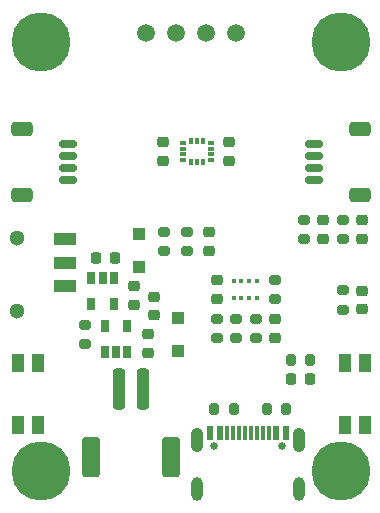
<source format=gbr>
%TF.GenerationSoftware,KiCad,Pcbnew,(6.0.1)*%
%TF.CreationDate,2022-03-18T08:08:47+01:00*%
%TF.ProjectId,trick-tracker,74726963-6b2d-4747-9261-636b65722e6b,rev?*%
%TF.SameCoordinates,Original*%
%TF.FileFunction,Soldermask,Top*%
%TF.FilePolarity,Negative*%
%FSLAX46Y46*%
G04 Gerber Fmt 4.6, Leading zero omitted, Abs format (unit mm)*
G04 Created by KiCad (PCBNEW (6.0.1)) date 2022-03-18 08:08:47*
%MOMM*%
%LPD*%
G01*
G04 APERTURE LIST*
G04 Aperture macros list*
%AMRoundRect*
0 Rectangle with rounded corners*
0 $1 Rounding radius*
0 $2 $3 $4 $5 $6 $7 $8 $9 X,Y pos of 4 corners*
0 Add a 4 corners polygon primitive as box body*
4,1,4,$2,$3,$4,$5,$6,$7,$8,$9,$2,$3,0*
0 Add four circle primitives for the rounded corners*
1,1,$1+$1,$2,$3*
1,1,$1+$1,$4,$5*
1,1,$1+$1,$6,$7*
1,1,$1+$1,$8,$9*
0 Add four rect primitives between the rounded corners*
20,1,$1+$1,$2,$3,$4,$5,0*
20,1,$1+$1,$4,$5,$6,$7,0*
20,1,$1+$1,$6,$7,$8,$9,0*
20,1,$1+$1,$8,$9,$2,$3,0*%
G04 Aperture macros list end*
%ADD10R,0.350000X0.350000*%
%ADD11R,0.650000X1.060000*%
%ADD12C,0.650000*%
%ADD13R,0.600000X1.150000*%
%ADD14R,0.300000X1.150000*%
%ADD15O,1.050000X2.100000*%
%ADD16O,1.000000X2.000000*%
%ADD17RoundRect,0.250000X-0.250000X-1.500000X0.250000X-1.500000X0.250000X1.500000X-0.250000X1.500000X0*%
%ADD18RoundRect,0.250000X-0.500000X-1.450000X0.500000X-1.450000X0.500000X1.450000X-0.500000X1.450000X0*%
%ADD19RoundRect,0.225000X0.225000X0.250000X-0.225000X0.250000X-0.225000X-0.250000X0.225000X-0.250000X0*%
%ADD20RoundRect,0.225000X0.250000X-0.225000X0.250000X0.225000X-0.250000X0.225000X-0.250000X-0.225000X0*%
%ADD21RoundRect,0.218750X-0.256250X0.218750X-0.256250X-0.218750X0.256250X-0.218750X0.256250X0.218750X0*%
%ADD22RoundRect,0.218750X0.256250X-0.218750X0.256250X0.218750X-0.256250X0.218750X-0.256250X-0.218750X0*%
%ADD23RoundRect,0.200000X-0.200000X-0.275000X0.200000X-0.275000X0.200000X0.275000X-0.200000X0.275000X0*%
%ADD24RoundRect,0.200000X0.200000X0.275000X-0.200000X0.275000X-0.200000X-0.275000X0.200000X-0.275000X0*%
%ADD25RoundRect,0.200000X-0.275000X0.200000X-0.275000X-0.200000X0.275000X-0.200000X0.275000X0.200000X0*%
%ADD26RoundRect,0.200000X0.275000X-0.200000X0.275000X0.200000X-0.275000X0.200000X-0.275000X-0.200000X0*%
%ADD27RoundRect,0.150000X-0.625000X0.150000X-0.625000X-0.150000X0.625000X-0.150000X0.625000X0.150000X0*%
%ADD28RoundRect,0.249999X-0.650001X0.350001X-0.650001X-0.350001X0.650001X-0.350001X0.650001X0.350001X0*%
%ADD29RoundRect,0.225000X-0.250000X0.225000X-0.250000X-0.225000X0.250000X-0.225000X0.250000X0.225000X0*%
%ADD30R,1.100000X1.100000*%
%ADD31R,1.000000X1.550000*%
%ADD32C,0.800000*%
%ADD33C,5.000000*%
%ADD34R,1.900000X1.000000*%
%ADD35C,1.300000*%
%ADD36RoundRect,0.150000X0.625000X-0.150000X0.625000X0.150000X-0.625000X0.150000X-0.625000X-0.150000X0*%
%ADD37RoundRect,0.249999X0.650001X-0.350001X0.650001X0.350001X-0.650001X0.350001X-0.650001X-0.350001X0*%
%ADD38C,1.500000*%
%ADD39R,0.600000X0.300000*%
%ADD40R,0.300000X0.600000*%
G04 APERTURE END LIST*
D10*
%TO.C,U2*%
X149139000Y-118147000D03*
X149789000Y-118147000D03*
X150439000Y-118147000D03*
X151089000Y-118147000D03*
X151089000Y-119597000D03*
X150439000Y-119597000D03*
X149789000Y-119597000D03*
X149139000Y-119597000D03*
%TD*%
D11*
%TO.C,U4*%
X138242000Y-124163000D03*
X139192000Y-124163000D03*
X140142000Y-124163000D03*
X140142000Y-121963000D03*
X138242000Y-121963000D03*
%TD*%
D12*
%TO.C,J1*%
X153258000Y-132083000D03*
X147478000Y-132083000D03*
D13*
X147168000Y-131008000D03*
X147968000Y-131008000D03*
D14*
X149118000Y-131008000D03*
X150118000Y-131008000D03*
X150618000Y-131008000D03*
X151618000Y-131008000D03*
D13*
X153568000Y-131008000D03*
X152768000Y-131008000D03*
D14*
X152118000Y-131008000D03*
X151118000Y-131008000D03*
X149618000Y-131008000D03*
X148618000Y-131008000D03*
D15*
X146048000Y-131583000D03*
D16*
X146048000Y-135763000D03*
X154688000Y-135763000D03*
D15*
X154688000Y-131583000D03*
%TD*%
D17*
%TO.C,J2*%
X139462000Y-127325000D03*
X141462000Y-127325000D03*
D18*
X137112000Y-133075000D03*
X143812000Y-133075000D03*
%TD*%
D19*
%TO.C,C1*%
X139078000Y-116205000D03*
X137528000Y-116205000D03*
%TD*%
D20*
%TO.C,C2*%
X142367000Y-121044000D03*
X142367000Y-119494000D03*
%TD*%
%TO.C,C3*%
X141859000Y-124219000D03*
X141859000Y-122669000D03*
%TD*%
%TO.C,C4*%
X140716000Y-120155000D03*
X140716000Y-118605000D03*
%TD*%
D21*
%TO.C,D2*%
X160020000Y-113004500D03*
X160020000Y-114579500D03*
%TD*%
D22*
%TO.C,D3*%
X160020000Y-120548500D03*
X160020000Y-118973500D03*
%TD*%
D23*
%TO.C,R1*%
X147511000Y-129032000D03*
X149161000Y-129032000D03*
%TD*%
D24*
%TO.C,R2*%
X153606000Y-129032000D03*
X151956000Y-129032000D03*
%TD*%
D25*
%TO.C,R3*%
X136525000Y-121857000D03*
X136525000Y-123507000D03*
%TD*%
D26*
%TO.C,R5*%
X158369000Y-114617000D03*
X158369000Y-112967000D03*
%TD*%
%TO.C,R6*%
X158369000Y-120586000D03*
X158369000Y-118936000D03*
%TD*%
D11*
%TO.C,U5*%
X138999000Y-117899000D03*
X138049000Y-117899000D03*
X137099000Y-117899000D03*
X137099000Y-120099000D03*
X138999000Y-120099000D03*
%TD*%
D27*
%TO.C,J3*%
X135096000Y-106577000D03*
X135096000Y-107577000D03*
X135096000Y-108577000D03*
X135096000Y-109577000D03*
D28*
X131221000Y-105277000D03*
X131221000Y-110877000D03*
%TD*%
D20*
%TO.C,C10*%
X147701000Y-119647000D03*
X147701000Y-118097000D03*
%TD*%
D29*
%TO.C,C11*%
X152654000Y-121399000D03*
X152654000Y-122949000D03*
%TD*%
D30*
%TO.C,D1*%
X144399000Y-121282000D03*
X144399000Y-124082000D03*
%TD*%
D25*
%TO.C,R12*%
X152654000Y-118047000D03*
X152654000Y-119697000D03*
%TD*%
%TO.C,R15*%
X151003000Y-121349000D03*
X151003000Y-122999000D03*
%TD*%
%TO.C,R16*%
X149352000Y-121349000D03*
X149352000Y-122999000D03*
%TD*%
%TO.C,R17*%
X147701000Y-121349000D03*
X147701000Y-122999000D03*
%TD*%
D31*
%TO.C,S1*%
X132549000Y-130387000D03*
X130849000Y-130387000D03*
X132549000Y-125137000D03*
X130849000Y-125137000D03*
%TD*%
%TO.C,S2*%
X158535000Y-125137000D03*
X160235000Y-125137000D03*
X158535000Y-130387000D03*
X160235000Y-130387000D03*
%TD*%
D32*
%TO.C,H1*%
X134717000Y-134239000D03*
X131516175Y-135564825D03*
X131516175Y-132913175D03*
X132842000Y-132364000D03*
X132842000Y-136114000D03*
X134167825Y-132913175D03*
D33*
X132842000Y-134239000D03*
D32*
X134167825Y-135564825D03*
X130967000Y-134239000D03*
%TD*%
%TO.C,H2*%
X156916175Y-135564825D03*
X159567825Y-135564825D03*
X158242000Y-136114000D03*
D33*
X158242000Y-134239000D03*
D32*
X159567825Y-132913175D03*
X158242000Y-132364000D03*
X160117000Y-134239000D03*
X156916175Y-132913175D03*
X156367000Y-134239000D03*
%TD*%
D34*
%TO.C,S3*%
X134832000Y-114602000D03*
X134832000Y-116602000D03*
X134832000Y-118602000D03*
D35*
X130782000Y-114477000D03*
X130782000Y-120727000D03*
%TD*%
D29*
%TO.C,C12*%
X147066000Y-114033000D03*
X147066000Y-115583000D03*
%TD*%
D26*
%TO.C,R4*%
X143256000Y-115633000D03*
X143256000Y-113983000D03*
%TD*%
%TO.C,R18*%
X145161000Y-115633000D03*
X145161000Y-113983000D03*
%TD*%
D22*
%TO.C,D4*%
X156718000Y-114579500D03*
X156718000Y-113004500D03*
%TD*%
D32*
%TO.C,H3*%
X132842000Y-99792000D03*
X134167825Y-96591175D03*
X130967000Y-97917000D03*
X134717000Y-97917000D03*
D33*
X132842000Y-97917000D03*
D32*
X132842000Y-96042000D03*
X131516175Y-96591175D03*
X134167825Y-99242825D03*
X131516175Y-99242825D03*
%TD*%
%TO.C,H4*%
X160117000Y-97917000D03*
X159567825Y-99242825D03*
X156367000Y-97917000D03*
X159567825Y-96591175D03*
X158242000Y-99792000D03*
D33*
X158242000Y-97917000D03*
D32*
X158242000Y-96042000D03*
X156916175Y-99242825D03*
X156916175Y-96591175D03*
%TD*%
D26*
%TO.C,R7*%
X155067000Y-114617000D03*
X155067000Y-112967000D03*
%TD*%
D30*
%TO.C,D5*%
X141097000Y-116970000D03*
X141097000Y-114170000D03*
%TD*%
D36*
%TO.C,J6*%
X155988000Y-109577000D03*
X155988000Y-108577000D03*
X155988000Y-107577000D03*
X155988000Y-106577000D03*
D37*
X159863000Y-110877000D03*
X159863000Y-105277000D03*
%TD*%
D38*
%TO.C,TP1*%
X141732000Y-97155000D03*
%TD*%
%TO.C,TP2*%
X144272000Y-97155000D03*
%TD*%
%TO.C,TP4*%
X149352000Y-97155000D03*
%TD*%
%TO.C,TP3*%
X146812000Y-97155000D03*
%TD*%
D20*
%TO.C,C5*%
X148717000Y-107963000D03*
X148717000Y-106413000D03*
%TD*%
%TO.C,C6*%
X143129000Y-107963000D03*
X143129000Y-106413000D03*
%TD*%
D39*
%TO.C,IC1*%
X144900000Y-106438000D03*
X144900000Y-106938000D03*
X144900000Y-107438000D03*
X144900000Y-107938000D03*
D40*
X145550000Y-108088000D03*
X146050000Y-108088000D03*
X146550000Y-108088000D03*
D39*
X147200000Y-107938000D03*
X147200000Y-107438000D03*
X147200000Y-106938000D03*
X147200000Y-106438000D03*
D40*
X146550000Y-106288000D03*
X146050000Y-106288000D03*
X145550000Y-106288000D03*
%TD*%
D19*
%TO.C,C7*%
X155588000Y-126492000D03*
X154038000Y-126492000D03*
%TD*%
D24*
%TO.C,R8*%
X155638000Y-124841000D03*
X153988000Y-124841000D03*
%TD*%
M02*

</source>
